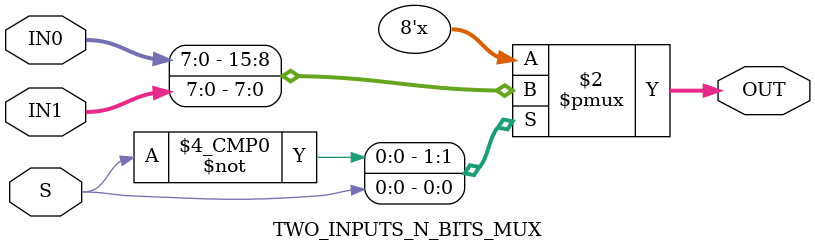
<source format=sv>
module TWO_INPUTS_N_BITS_MUX #(parameter BITS = 8) (IN0, IN1, S, OUT);

	input        [BITS-1:0] IN0, IN1; // Inputs
	input 			  			S;			 // Select
	output logic [BITS-1:0] OUT; 		 // Output
	
	always_comb begin
		
		case (S)
			
			1'd0: OUT = IN0;
			1'd1: OUT = IN1;
			
		endcase
		
	end
	
endmodule
</source>
